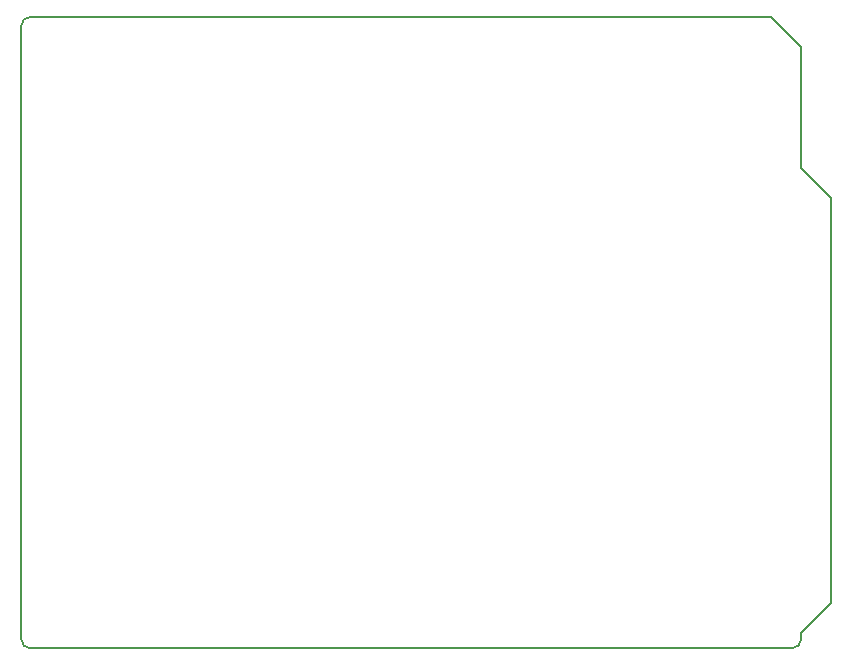
<source format=gbr>
%TF.GenerationSoftware,KiCad,Pcbnew,7.0.2-0*%
%TF.CreationDate,2023-11-21T13:06:45-05:00*%
%TF.ProjectId,ControllerShield,436f6e74-726f-46c6-9c65-72536869656c,rev?*%
%TF.SameCoordinates,Original*%
%TF.FileFunction,Profile,NP*%
%FSLAX46Y46*%
G04 Gerber Fmt 4.6, Leading zero omitted, Abs format (unit mm)*
G04 Created by KiCad (PCBNEW 7.0.2-0) date 2023-11-21 13:06:45*
%MOMM*%
%LPD*%
G01*
G04 APERTURE LIST*
%TA.AperFunction,Profile*%
%ADD10C,0.150000*%
%TD*%
G04 APERTURE END LIST*
D10*
X187990000Y-100555000D02*
X190530000Y-103095000D01*
X121950000Y-140433000D02*
X121950000Y-88500000D01*
X190530000Y-103095000D02*
X190530000Y-137385000D01*
X187228000Y-141195000D02*
X122712000Y-141195000D01*
X122712000Y-87730000D02*
X185450000Y-87730000D01*
X121950000Y-140433000D02*
G75*
G03*
X122712000Y-141195000I762000J0D01*
G01*
X190530000Y-137385000D02*
X187990000Y-139925000D01*
X185450000Y-87730000D02*
X187990000Y-90270000D01*
X187228000Y-141195000D02*
G75*
G03*
X187990000Y-140433000I0J762000D01*
G01*
X187990000Y-90270000D02*
X187990000Y-100555000D01*
X187990000Y-139925000D02*
X187990000Y-140433000D01*
X122712000Y-87738000D02*
G75*
G03*
X121950000Y-88500000I0J-762000D01*
G01*
M02*

</source>
